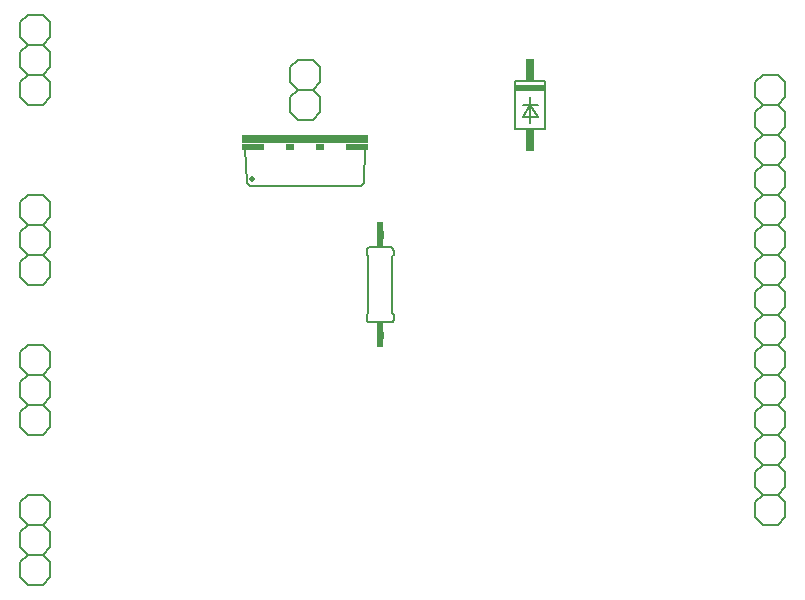
<source format=gto>
G75*
%MOIN*%
%OFA0B0*%
%FSLAX25Y25*%
%IPPOS*%
%LPD*%
%AMOC8*
5,1,8,0,0,1.08239X$1,22.5*
%
%ADD10C,0.00600*%
%ADD11R,0.10000X0.02000*%
%ADD12R,0.03000X0.07500*%
%ADD13C,0.02000*%
%ADD14R,0.42000X0.03000*%
%ADD15R,0.07500X0.02000*%
%ADD16R,0.03000X0.02000*%
%ADD17C,0.02400*%
%ADD18R,0.02400X0.03400*%
D10*
X0051000Y0023500D02*
X0053500Y0021000D01*
X0058500Y0021000D01*
X0061000Y0023500D01*
X0061000Y0028500D01*
X0058500Y0031000D01*
X0053500Y0031000D01*
X0051000Y0028500D01*
X0051000Y0023500D01*
X0053500Y0031000D02*
X0051000Y0033500D01*
X0051000Y0038500D01*
X0053500Y0041000D01*
X0051000Y0043500D01*
X0051000Y0048500D01*
X0053500Y0051000D01*
X0058500Y0051000D01*
X0061000Y0048500D01*
X0061000Y0043500D01*
X0058500Y0041000D01*
X0061000Y0038500D01*
X0061000Y0033500D01*
X0058500Y0031000D01*
X0058500Y0041000D02*
X0053500Y0041000D01*
X0053500Y0071000D02*
X0051000Y0073500D01*
X0051000Y0078500D01*
X0053500Y0081000D01*
X0051000Y0083500D01*
X0051000Y0088500D01*
X0053500Y0091000D01*
X0051000Y0093500D01*
X0051000Y0098500D01*
X0053500Y0101000D01*
X0058500Y0101000D01*
X0061000Y0098500D01*
X0061000Y0093500D01*
X0058500Y0091000D01*
X0061000Y0088500D01*
X0061000Y0083500D01*
X0058500Y0081000D01*
X0061000Y0078500D01*
X0061000Y0073500D01*
X0058500Y0071000D01*
X0053500Y0071000D01*
X0053500Y0081000D02*
X0058500Y0081000D01*
X0058500Y0091000D02*
X0053500Y0091000D01*
X0053500Y0121000D02*
X0051000Y0123500D01*
X0051000Y0128500D01*
X0053500Y0131000D01*
X0051000Y0133500D01*
X0051000Y0138500D01*
X0053500Y0141000D01*
X0051000Y0143500D01*
X0051000Y0148500D01*
X0053500Y0151000D01*
X0058500Y0151000D01*
X0061000Y0148500D01*
X0061000Y0143500D01*
X0058500Y0141000D01*
X0061000Y0138500D01*
X0061000Y0133500D01*
X0058500Y0131000D01*
X0061000Y0128500D01*
X0061000Y0123500D01*
X0058500Y0121000D01*
X0053500Y0121000D01*
X0053500Y0131000D02*
X0058500Y0131000D01*
X0058500Y0141000D02*
X0053500Y0141000D01*
X0053500Y0181000D02*
X0051000Y0183500D01*
X0051000Y0188500D01*
X0053500Y0191000D01*
X0051000Y0193500D01*
X0051000Y0198500D01*
X0053500Y0201000D01*
X0051000Y0203500D01*
X0051000Y0208500D01*
X0053500Y0211000D01*
X0058500Y0211000D01*
X0061000Y0208500D01*
X0061000Y0203500D01*
X0058500Y0201000D01*
X0061000Y0198500D01*
X0061000Y0193500D01*
X0058500Y0191000D01*
X0061000Y0188500D01*
X0061000Y0183500D01*
X0058500Y0181000D01*
X0053500Y0181000D01*
X0053500Y0191000D02*
X0058500Y0191000D01*
X0058500Y0201000D02*
X0053500Y0201000D01*
X0126000Y0166500D02*
X0126500Y0155000D01*
X0127500Y0154000D01*
X0164500Y0154000D01*
X0165500Y0155000D01*
X0166000Y0166500D01*
X0151000Y0178500D02*
X0148500Y0176000D01*
X0143500Y0176000D01*
X0141000Y0178500D01*
X0141000Y0183500D01*
X0143500Y0186000D01*
X0141000Y0188500D01*
X0141000Y0193500D01*
X0143500Y0196000D01*
X0148500Y0196000D01*
X0151000Y0193500D01*
X0151000Y0188500D01*
X0148500Y0186000D01*
X0151000Y0183500D01*
X0151000Y0178500D01*
X0148500Y0186000D02*
X0143500Y0186000D01*
X0167500Y0133500D02*
X0174500Y0133500D01*
X0174560Y0133498D01*
X0174621Y0133493D01*
X0174680Y0133484D01*
X0174739Y0133471D01*
X0174798Y0133455D01*
X0174855Y0133435D01*
X0174910Y0133412D01*
X0174965Y0133385D01*
X0175017Y0133356D01*
X0175068Y0133323D01*
X0175117Y0133287D01*
X0175163Y0133249D01*
X0175207Y0133207D01*
X0175249Y0133163D01*
X0175287Y0133117D01*
X0175323Y0133068D01*
X0175356Y0133017D01*
X0175385Y0132965D01*
X0175412Y0132910D01*
X0175435Y0132855D01*
X0175455Y0132798D01*
X0175471Y0132739D01*
X0175484Y0132680D01*
X0175493Y0132621D01*
X0175498Y0132560D01*
X0175500Y0132500D01*
X0175500Y0131000D01*
X0175000Y0130500D01*
X0175000Y0111500D01*
X0175500Y0111000D01*
X0175500Y0109500D01*
X0175498Y0109440D01*
X0175493Y0109379D01*
X0175484Y0109320D01*
X0175471Y0109261D01*
X0175455Y0109202D01*
X0175435Y0109145D01*
X0175412Y0109090D01*
X0175385Y0109035D01*
X0175356Y0108983D01*
X0175323Y0108932D01*
X0175287Y0108883D01*
X0175249Y0108837D01*
X0175207Y0108793D01*
X0175163Y0108751D01*
X0175117Y0108713D01*
X0175068Y0108677D01*
X0175017Y0108644D01*
X0174965Y0108615D01*
X0174910Y0108588D01*
X0174855Y0108565D01*
X0174798Y0108545D01*
X0174739Y0108529D01*
X0174680Y0108516D01*
X0174621Y0108507D01*
X0174560Y0108502D01*
X0174500Y0108500D01*
X0167500Y0108500D01*
X0167440Y0108502D01*
X0167379Y0108507D01*
X0167320Y0108516D01*
X0167261Y0108529D01*
X0167202Y0108545D01*
X0167145Y0108565D01*
X0167090Y0108588D01*
X0167035Y0108615D01*
X0166983Y0108644D01*
X0166932Y0108677D01*
X0166883Y0108713D01*
X0166837Y0108751D01*
X0166793Y0108793D01*
X0166751Y0108837D01*
X0166713Y0108883D01*
X0166677Y0108932D01*
X0166644Y0108983D01*
X0166615Y0109035D01*
X0166588Y0109090D01*
X0166565Y0109145D01*
X0166545Y0109202D01*
X0166529Y0109261D01*
X0166516Y0109320D01*
X0166507Y0109379D01*
X0166502Y0109440D01*
X0166500Y0109500D01*
X0166500Y0111000D01*
X0167000Y0111500D01*
X0167000Y0130500D01*
X0166500Y0131000D01*
X0166500Y0132500D01*
X0166502Y0132560D01*
X0166507Y0132621D01*
X0166516Y0132680D01*
X0166529Y0132739D01*
X0166545Y0132798D01*
X0166565Y0132855D01*
X0166588Y0132910D01*
X0166615Y0132965D01*
X0166644Y0133017D01*
X0166677Y0133068D01*
X0166713Y0133117D01*
X0166751Y0133163D01*
X0166793Y0133207D01*
X0166837Y0133249D01*
X0166883Y0133287D01*
X0166932Y0133323D01*
X0166983Y0133356D01*
X0167035Y0133385D01*
X0167090Y0133412D01*
X0167145Y0133435D01*
X0167202Y0133455D01*
X0167261Y0133471D01*
X0167320Y0133484D01*
X0167379Y0133493D01*
X0167440Y0133498D01*
X0167500Y0133500D01*
X0216000Y0173000D02*
X0226000Y0173000D01*
X0226000Y0189000D01*
X0216000Y0189000D01*
X0216000Y0173000D01*
X0218500Y0177000D02*
X0221000Y0181000D01*
X0218500Y0181000D01*
X0221000Y0181000D02*
X0223500Y0181000D01*
X0221000Y0181000D02*
X0221000Y0183500D01*
X0221000Y0181000D02*
X0223500Y0177000D01*
X0218500Y0177000D01*
X0221000Y0175000D02*
X0221000Y0181000D01*
X0296000Y0178500D02*
X0296000Y0173500D01*
X0298500Y0171000D01*
X0303500Y0171000D01*
X0306000Y0173500D01*
X0306000Y0178500D01*
X0303500Y0181000D01*
X0298500Y0181000D01*
X0296000Y0178500D01*
X0298500Y0181000D02*
X0296000Y0183500D01*
X0296000Y0188500D01*
X0298500Y0191000D01*
X0303500Y0191000D01*
X0306000Y0188500D01*
X0306000Y0183500D01*
X0303500Y0181000D01*
X0303500Y0171000D02*
X0306000Y0168500D01*
X0306000Y0163500D01*
X0303500Y0161000D01*
X0306000Y0158500D01*
X0306000Y0153500D01*
X0303500Y0151000D01*
X0306000Y0148500D01*
X0306000Y0143500D01*
X0303500Y0141000D01*
X0298500Y0141000D01*
X0296000Y0143500D01*
X0296000Y0148500D01*
X0298500Y0151000D01*
X0296000Y0153500D01*
X0296000Y0158500D01*
X0298500Y0161000D01*
X0296000Y0163500D01*
X0296000Y0168500D01*
X0298500Y0171000D01*
X0298500Y0161000D02*
X0303500Y0161000D01*
X0303500Y0151000D02*
X0298500Y0151000D01*
X0298500Y0141000D02*
X0296000Y0138500D01*
X0296000Y0133500D01*
X0298500Y0131000D01*
X0296000Y0128500D01*
X0296000Y0123500D01*
X0298500Y0121000D01*
X0296000Y0118500D01*
X0296000Y0113500D01*
X0298500Y0111000D01*
X0303500Y0111000D01*
X0306000Y0113500D01*
X0306000Y0118500D01*
X0303500Y0121000D01*
X0298500Y0121000D01*
X0303500Y0121000D02*
X0306000Y0123500D01*
X0306000Y0128500D01*
X0303500Y0131000D01*
X0298500Y0131000D01*
X0303500Y0131000D02*
X0306000Y0133500D01*
X0306000Y0138500D01*
X0303500Y0141000D01*
X0303500Y0111000D02*
X0306000Y0108500D01*
X0306000Y0103500D01*
X0303500Y0101000D01*
X0306000Y0098500D01*
X0306000Y0093500D01*
X0303500Y0091000D01*
X0306000Y0088500D01*
X0306000Y0083500D01*
X0303500Y0081000D01*
X0298500Y0081000D01*
X0296000Y0083500D01*
X0296000Y0088500D01*
X0298500Y0091000D01*
X0296000Y0093500D01*
X0296000Y0098500D01*
X0298500Y0101000D01*
X0296000Y0103500D01*
X0296000Y0108500D01*
X0298500Y0111000D01*
X0298500Y0101000D02*
X0303500Y0101000D01*
X0303500Y0091000D02*
X0298500Y0091000D01*
X0298500Y0081000D02*
X0296000Y0078500D01*
X0296000Y0073500D01*
X0298500Y0071000D01*
X0296000Y0068500D01*
X0296000Y0063500D01*
X0298500Y0061000D01*
X0296000Y0058500D01*
X0296000Y0053500D01*
X0298500Y0051000D01*
X0296000Y0048500D01*
X0296000Y0043500D01*
X0298500Y0041000D01*
X0303500Y0041000D01*
X0306000Y0043500D01*
X0306000Y0048500D01*
X0303500Y0051000D01*
X0298500Y0051000D01*
X0303500Y0051000D02*
X0306000Y0053500D01*
X0306000Y0058500D01*
X0303500Y0061000D01*
X0298500Y0061000D01*
X0303500Y0061000D02*
X0306000Y0063500D01*
X0306000Y0068500D01*
X0303500Y0071000D01*
X0298500Y0071000D01*
X0303500Y0071000D02*
X0306000Y0073500D01*
X0306000Y0078500D01*
X0303500Y0081000D01*
D11*
X0221000Y0186500D03*
D12*
X0221000Y0192750D03*
X0221000Y0169250D03*
D13*
X0128300Y0156400D03*
D14*
X0146000Y0169500D03*
D15*
X0163250Y0167000D03*
X0128750Y0167000D03*
D16*
X0141000Y0167000D03*
X0151000Y0167000D03*
D17*
X0171000Y0138500D02*
X0171000Y0137000D01*
X0171000Y0105000D02*
X0171000Y0103500D01*
D18*
X0171000Y0101800D03*
X0171000Y0106800D03*
X0171000Y0135200D03*
X0171000Y0140200D03*
M02*

</source>
